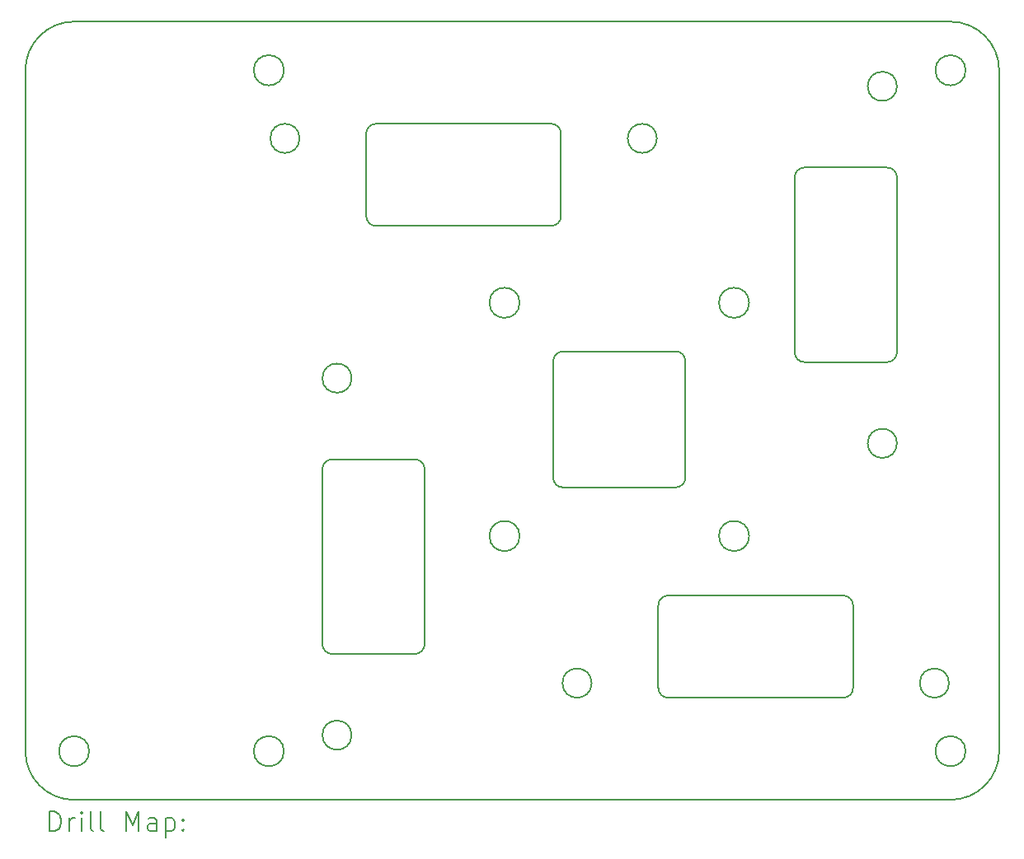
<source format=gbr>
%TF.GenerationSoftware,KiCad,Pcbnew,7.0.10*%
%TF.CreationDate,2024-01-30T15:19:55+08:00*%
%TF.ProjectId,imu-rounded,696d752d-726f-4756-9e64-65642e6b6963,rev?*%
%TF.SameCoordinates,Original*%
%TF.FileFunction,Drillmap*%
%TF.FilePolarity,Positive*%
%FSLAX45Y45*%
G04 Gerber Fmt 4.5, Leading zero omitted, Abs format (unit mm)*
G04 Created by KiCad (PCBNEW 7.0.10) date 2024-01-30 15:19:55*
%MOMM*%
%LPD*%
G01*
G04 APERTURE LIST*
%ADD10C,0.200000*%
G04 APERTURE END LIST*
D10*
X11932600Y-8890100D02*
G75*
G03*
X11622600Y-8890100I-155000J0D01*
G01*
X11622600Y-8890100D02*
G75*
G03*
X11932600Y-8890100I155000J0D01*
G01*
X10020400Y-9390100D02*
X11177600Y-9390100D01*
X5155000Y-13500000D02*
G75*
G03*
X4845000Y-13500000I-155000J0D01*
G01*
X4845000Y-13500000D02*
G75*
G03*
X5155000Y-13500000I155000J0D01*
G01*
X13450000Y-7600000D02*
G75*
G03*
X13350000Y-7500000I-100000J0D01*
G01*
X13450000Y-10335000D02*
G75*
G03*
X13150000Y-10335000I-150000J0D01*
G01*
X13150000Y-10335000D02*
G75*
G03*
X13450000Y-10335000I150000J0D01*
G01*
X7850000Y-9665000D02*
G75*
G03*
X7550000Y-9665000I-150000J0D01*
G01*
X7550000Y-9665000D02*
G75*
G03*
X7850000Y-9665000I150000J0D01*
G01*
X11000000Y-12850000D02*
X11000000Y-12000000D01*
X5000000Y-6000000D02*
G75*
G03*
X4500000Y-6500000I0J-500000D01*
G01*
X13450000Y-7600000D02*
X13450000Y-9400000D01*
X12500000Y-7500000D02*
G75*
G03*
X12400000Y-7600000I0J-100000D01*
G01*
X14500000Y-13500000D02*
X14500000Y-6500000D01*
X8500000Y-12500000D02*
G75*
G03*
X8600000Y-12400000I0J100000D01*
G01*
X13000000Y-12000000D02*
G75*
G03*
X12900000Y-11900000I-100000J0D01*
G01*
X9920400Y-10687900D02*
X9920400Y-9490100D01*
X11000000Y-12850000D02*
G75*
G03*
X11100000Y-12950000I100000J0D01*
G01*
X9575400Y-8890100D02*
G75*
G03*
X9265400Y-8890100I-155000J0D01*
G01*
X9265400Y-8890100D02*
G75*
G03*
X9575400Y-8890100I155000J0D01*
G01*
X12400000Y-9400000D02*
X12400000Y-7600000D01*
X12500000Y-7500000D02*
X13350000Y-7500000D01*
X7550000Y-12400000D02*
X7550000Y-10600000D01*
X11277600Y-9490100D02*
X11277600Y-10687900D01*
X9900000Y-8100000D02*
X8100000Y-8100000D01*
X8000000Y-8000000D02*
G75*
G03*
X8100000Y-8100000I100000J0D01*
G01*
X10985000Y-7200000D02*
G75*
G03*
X10685000Y-7200000I-150000J0D01*
G01*
X10685000Y-7200000D02*
G75*
G03*
X10985000Y-7200000I150000J0D01*
G01*
X13350000Y-9500000D02*
X12500000Y-9500000D01*
X7550000Y-12400000D02*
G75*
G03*
X7650000Y-12500000I100000J0D01*
G01*
X10315000Y-12800000D02*
G75*
G03*
X10015000Y-12800000I-150000J0D01*
G01*
X10015000Y-12800000D02*
G75*
G03*
X10315000Y-12800000I150000J0D01*
G01*
X8100000Y-7050000D02*
X9900000Y-7050000D01*
X11100000Y-11900000D02*
G75*
G03*
X11000000Y-12000000I0J-100000D01*
G01*
X11277600Y-9490100D02*
G75*
G03*
X11177600Y-9390100I-100000J0D01*
G01*
X13350000Y-9500000D02*
G75*
G03*
X13450000Y-9400000I0J100000D01*
G01*
X14155000Y-13500000D02*
G75*
G03*
X13845000Y-13500000I-155000J0D01*
G01*
X13845000Y-13500000D02*
G75*
G03*
X14155000Y-13500000I155000J0D01*
G01*
X10000000Y-7150000D02*
G75*
G03*
X9900000Y-7050000I-100000J0D01*
G01*
X8000000Y-8000000D02*
X8000000Y-7150000D01*
X7155000Y-6500000D02*
G75*
G03*
X6845000Y-6500000I-155000J0D01*
G01*
X6845000Y-6500000D02*
G75*
G03*
X7155000Y-6500000I155000J0D01*
G01*
X10020400Y-9390100D02*
G75*
G03*
X9920400Y-9490100I0J-100000D01*
G01*
X7155000Y-13500000D02*
G75*
G03*
X6845000Y-13500000I-155000J0D01*
G01*
X6845000Y-13500000D02*
G75*
G03*
X7155000Y-13500000I155000J0D01*
G01*
X12400000Y-9400000D02*
G75*
G03*
X12500000Y-9500000I100000J0D01*
G01*
X14155000Y-6500000D02*
G75*
G03*
X13845000Y-6500000I-155000J0D01*
G01*
X13845000Y-6500000D02*
G75*
G03*
X14155000Y-6500000I155000J0D01*
G01*
X14500000Y-6500000D02*
G75*
G03*
X14000000Y-6000000I-500000J0D01*
G01*
X9900000Y-8100000D02*
G75*
G03*
X10000000Y-8000000I0J100000D01*
G01*
X14000000Y-14000000D02*
G75*
G03*
X14500000Y-13500000I0J500000D01*
G01*
X13985000Y-12800000D02*
G75*
G03*
X13685000Y-12800000I-150000J0D01*
G01*
X13685000Y-12800000D02*
G75*
G03*
X13985000Y-12800000I150000J0D01*
G01*
X11932600Y-11287900D02*
G75*
G03*
X11622600Y-11287900I-155000J0D01*
G01*
X11622600Y-11287900D02*
G75*
G03*
X11932600Y-11287900I155000J0D01*
G01*
X13450000Y-6665000D02*
G75*
G03*
X13150000Y-6665000I-150000J0D01*
G01*
X13150000Y-6665000D02*
G75*
G03*
X13450000Y-6665000I150000J0D01*
G01*
X10000000Y-7150000D02*
X10000000Y-8000000D01*
X12900000Y-12950000D02*
G75*
G03*
X13000000Y-12850000I0J100000D01*
G01*
X4500000Y-6500000D02*
X4500000Y-13500000D01*
X7850000Y-13335000D02*
G75*
G03*
X7550000Y-13335000I-150000J0D01*
G01*
X7550000Y-13335000D02*
G75*
G03*
X7850000Y-13335000I150000J0D01*
G01*
X5000000Y-14000000D02*
X14000000Y-14000000D01*
X11100000Y-11900000D02*
X12900000Y-11900000D01*
X14000000Y-6000000D02*
X5000000Y-6000000D01*
X4500000Y-13500000D02*
G75*
G03*
X5000000Y-14000000I500000J0D01*
G01*
X8600000Y-10600000D02*
G75*
G03*
X8500000Y-10500000I-100000J0D01*
G01*
X8100000Y-7050000D02*
G75*
G03*
X8000000Y-7150000I0J-100000D01*
G01*
X12900000Y-12950000D02*
X11100000Y-12950000D01*
X7650000Y-10500000D02*
G75*
G03*
X7550000Y-10600000I0J-100000D01*
G01*
X13000000Y-12000000D02*
X13000000Y-12850000D01*
X9920400Y-10687900D02*
G75*
G03*
X10020400Y-10787900I100000J0D01*
G01*
X7315000Y-7200000D02*
G75*
G03*
X7015000Y-7200000I-150000J0D01*
G01*
X7015000Y-7200000D02*
G75*
G03*
X7315000Y-7200000I150000J0D01*
G01*
X11177600Y-10787900D02*
G75*
G03*
X11277600Y-10687900I0J100000D01*
G01*
X8600000Y-10600000D02*
X8600000Y-12400000D01*
X9575400Y-11287900D02*
G75*
G03*
X9265400Y-11287900I-155000J0D01*
G01*
X9265400Y-11287900D02*
G75*
G03*
X9575400Y-11287900I155000J0D01*
G01*
X8500000Y-12500000D02*
X7650000Y-12500000D01*
X7650000Y-10500000D02*
X8500000Y-10500000D01*
X11177600Y-10787900D02*
X10020400Y-10787900D01*
X4750777Y-14321484D02*
X4750777Y-14121484D01*
X4750777Y-14121484D02*
X4798396Y-14121484D01*
X4798396Y-14121484D02*
X4826967Y-14131008D01*
X4826967Y-14131008D02*
X4846015Y-14150055D01*
X4846015Y-14150055D02*
X4855539Y-14169103D01*
X4855539Y-14169103D02*
X4865063Y-14207198D01*
X4865063Y-14207198D02*
X4865063Y-14235769D01*
X4865063Y-14235769D02*
X4855539Y-14273865D01*
X4855539Y-14273865D02*
X4846015Y-14292912D01*
X4846015Y-14292912D02*
X4826967Y-14311960D01*
X4826967Y-14311960D02*
X4798396Y-14321484D01*
X4798396Y-14321484D02*
X4750777Y-14321484D01*
X4950777Y-14321484D02*
X4950777Y-14188150D01*
X4950777Y-14226246D02*
X4960301Y-14207198D01*
X4960301Y-14207198D02*
X4969824Y-14197674D01*
X4969824Y-14197674D02*
X4988872Y-14188150D01*
X4988872Y-14188150D02*
X5007920Y-14188150D01*
X5074586Y-14321484D02*
X5074586Y-14188150D01*
X5074586Y-14121484D02*
X5065063Y-14131008D01*
X5065063Y-14131008D02*
X5074586Y-14140531D01*
X5074586Y-14140531D02*
X5084110Y-14131008D01*
X5084110Y-14131008D02*
X5074586Y-14121484D01*
X5074586Y-14121484D02*
X5074586Y-14140531D01*
X5198396Y-14321484D02*
X5179348Y-14311960D01*
X5179348Y-14311960D02*
X5169824Y-14292912D01*
X5169824Y-14292912D02*
X5169824Y-14121484D01*
X5303158Y-14321484D02*
X5284110Y-14311960D01*
X5284110Y-14311960D02*
X5274586Y-14292912D01*
X5274586Y-14292912D02*
X5274586Y-14121484D01*
X5531729Y-14321484D02*
X5531729Y-14121484D01*
X5531729Y-14121484D02*
X5598396Y-14264341D01*
X5598396Y-14264341D02*
X5665062Y-14121484D01*
X5665062Y-14121484D02*
X5665062Y-14321484D01*
X5846015Y-14321484D02*
X5846015Y-14216722D01*
X5846015Y-14216722D02*
X5836491Y-14197674D01*
X5836491Y-14197674D02*
X5817443Y-14188150D01*
X5817443Y-14188150D02*
X5779348Y-14188150D01*
X5779348Y-14188150D02*
X5760301Y-14197674D01*
X5846015Y-14311960D02*
X5826967Y-14321484D01*
X5826967Y-14321484D02*
X5779348Y-14321484D01*
X5779348Y-14321484D02*
X5760301Y-14311960D01*
X5760301Y-14311960D02*
X5750777Y-14292912D01*
X5750777Y-14292912D02*
X5750777Y-14273865D01*
X5750777Y-14273865D02*
X5760301Y-14254817D01*
X5760301Y-14254817D02*
X5779348Y-14245293D01*
X5779348Y-14245293D02*
X5826967Y-14245293D01*
X5826967Y-14245293D02*
X5846015Y-14235769D01*
X5941253Y-14188150D02*
X5941253Y-14388150D01*
X5941253Y-14197674D02*
X5960301Y-14188150D01*
X5960301Y-14188150D02*
X5998396Y-14188150D01*
X5998396Y-14188150D02*
X6017443Y-14197674D01*
X6017443Y-14197674D02*
X6026967Y-14207198D01*
X6026967Y-14207198D02*
X6036491Y-14226246D01*
X6036491Y-14226246D02*
X6036491Y-14283388D01*
X6036491Y-14283388D02*
X6026967Y-14302436D01*
X6026967Y-14302436D02*
X6017443Y-14311960D01*
X6017443Y-14311960D02*
X5998396Y-14321484D01*
X5998396Y-14321484D02*
X5960301Y-14321484D01*
X5960301Y-14321484D02*
X5941253Y-14311960D01*
X6122205Y-14302436D02*
X6131729Y-14311960D01*
X6131729Y-14311960D02*
X6122205Y-14321484D01*
X6122205Y-14321484D02*
X6112682Y-14311960D01*
X6112682Y-14311960D02*
X6122205Y-14302436D01*
X6122205Y-14302436D02*
X6122205Y-14321484D01*
X6122205Y-14197674D02*
X6131729Y-14207198D01*
X6131729Y-14207198D02*
X6122205Y-14216722D01*
X6122205Y-14216722D02*
X6112682Y-14207198D01*
X6112682Y-14207198D02*
X6122205Y-14197674D01*
X6122205Y-14197674D02*
X6122205Y-14216722D01*
M02*

</source>
